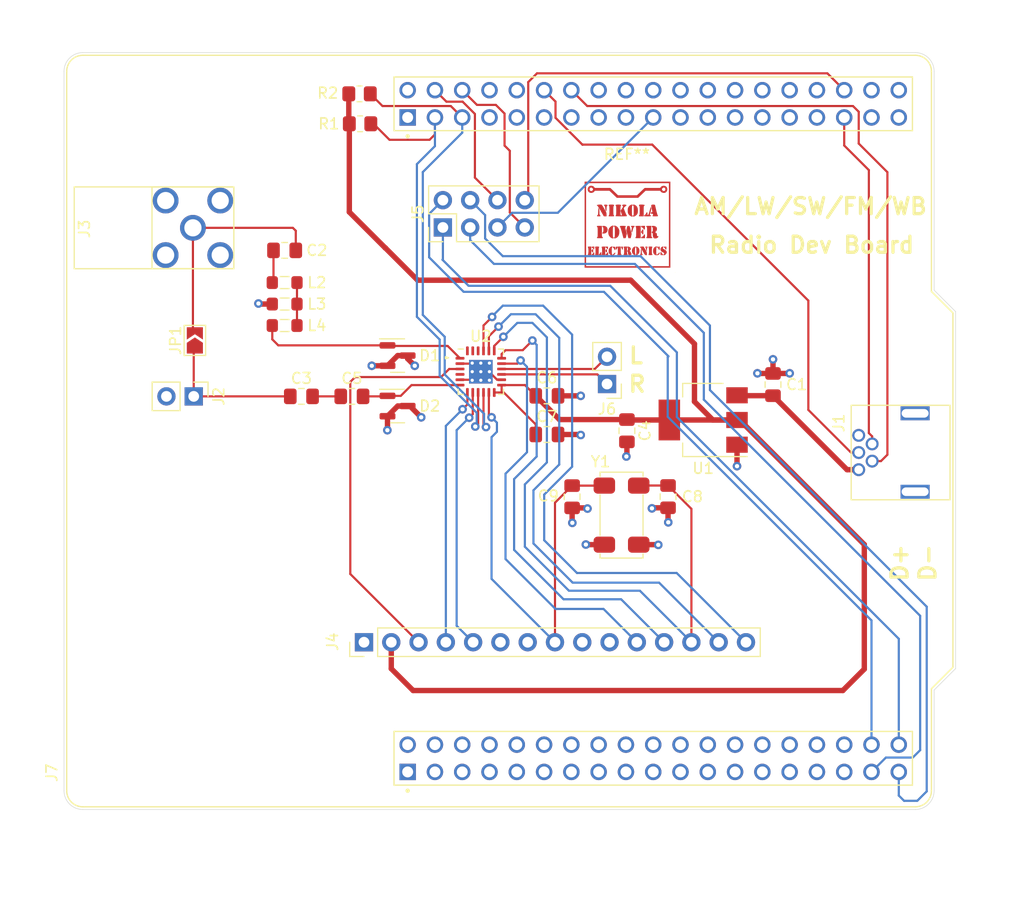
<source format=kicad_pcb>
(kicad_pcb (version 20211014) (generator pcbnew)
  (layers (0 "F.Cu" signal) (1 "In1.Cu" signal) (2 "In2.Cu" signal) (31 "B.Cu" signal) (34 "B.Paste" user) (35 "F.Paste" user) (36 "B.SilkS" user "B.Silkscreen") (37 "F.SilkS" user "F.Silkscreen") (38 "B.Mask" user) (39 "F.Mask" user) (44 "Edge.Cuts" user))
  (net 0 "")
  (net 1 "GND")
  (net 2 "Net-(C2-Pad1)")
  (net 3 "Net-(C2-Pad2)")
  (net 4 "VDD")
  (net 5 "AMI")
  (net 6 "DCLK")
  (net 7 "RCLK")
  (net 8 "FMI")
  (net 9 "Net-(C1-Pad1)")
  (net 10 "Net-(C3-Pad1)")
  (net 11 "USB D-")
  (net 12 "AGC")
  (net 13 "RST")
  (net 14 "SEN")
  (net 15 "SCL")
  (net 16 "SDA")
  (net 17 "AGC2")
  (net 18 "INT")
  (net 19 "DOUT")
  (net 20 "DFS")
  (net 21 "LOUT")
  (net 22 "ROUT")
  (net 23 "Net-(L2-Pad2)")
  (net 25 "Net-(C3-Pad2)")
  (net 28 "USB D+")
  (net 29 "USB ID")
  (net 32 "PC0")
  (net 33 "PC1")
  (net 34 "PC2")
  (net 35 "PC3")
  (net 36 "PC7")
  (net 37 "PC6")
  (net 38 "PC5")
  (net 39 "PC4")
  (footprint "Jumper:SolderJumper-2_P1.3mm_Open_TrianglePad1.0x1.5mm" (layer "F.Cu") (at 106.68 74.385 90)
    (fp_text reference "JP1")
    (fp_text value "SolderJumper_2_Open")
  )
  (footprint "Package_TO_SOT_SMD:SOT-23" (layer "F.Cu") (at 125.55 75.8)
    (fp_text reference "D1")
    (fp_text value "CM1213A-01SO")
  )
  (footprint "Package_TO_SOT_SMD:SOT-23" (layer "F.Cu") (at 125.55 80.5)
    (fp_text reference "D2")
    (fp_text value "CM1213A-01SO")
  )
  (footprint "Capacitor_SMD:C_0805_2012Metric_Pad1.18x1.45mm_HandSolder" (layer "F.Cu") (at 160.5 78.5 90)
    (fp_text reference "C1")
    (fp_text value "100uf")
  )
  (footprint "FormFactor:Nucleo-64 Without Arduino Header" (layer "F.Cu") (at 136 82.83 90)
    (fp_text reference "J7")
    (fp_text value "F446RE_Morpho")
    (fp_line (start -33.5 -41.5) (end 33.5 -41.5) (layer "Edge.Cuts") (width 0.05))
    (fp_line (start -24.125 39.5) (end -33.5 39.5) (layer "Edge.Cuts") (width 0.05))
    (fp_line (start 33.5 39.5) (end 13.125 39.5) (layer "Edge.Cuts") (width 0.05))
    (fp_line (start 13.125 39.5) (end 11.125 41.5) (layer "Edge.Cuts") (width 0.05))
    (fp_line (start 11.125 41.5) (end -22.125 41.5) (layer "Edge.Cuts") (width 0.05))
    (fp_line (start -22.125 41.5) (end -24.125 39.5) (layer "Edge.Cuts") (width 0.05))
    (fp_line (start -35.25 37.75) (end -35.25 -39.75) (layer "Edge.Cuts") (width 0.05))
    (fp_line (start 35.25 -39.75) (end 35.25 37.75) (layer "Edge.Cuts") (width 0.05))
    (fp_arc (start -35.25 -39.75) (mid -34.737437 -40.987437) (end -33.5 -41.5) (layer "Edge.Cuts") (width 0.05))
    (fp_arc (start 33.5 -41.5) (mid 34.737437 -40.987437) (end 35.25 -39.75) (layer "Edge.Cuts") (width 0.05))
    (fp_arc (start -33.5 39.5) (mid -34.737437 38.987437) (end -35.25 37.75) (layer "Edge.Cuts") (width 0.05))
    (fp_arc (start 35.25 37.75) (mid 34.737437 38.987437) (end 33.5 39.5) (layer "Edge.Cuts") (width 0.05))
  )
  (footprint "Connector_PinHeader_2.54mm:PinHeader_1x02_P2.54mm_Vertical" (layer "F.Cu") (at 106.575 79.6 -90)
    (fp_text reference "J2")
    (fp_text value "AM ANT")
  )
  (footprint "Connector-USB:54-00019" (layer "F.Cu") (at 168.48 84.83)
    (fp_text reference "J1")
    (fp_text value "USB_B_Mini")
  )
  (footprint "Package_TO_SOT_SMD:SOT-223-3_TabPin2" (layer "F.Cu") (at 154 81.8 180)
    (fp_text reference "U1")
    (fp_text value "AMS1117-3.3")
  )
  (footprint "Capacitor_SMD:C_0805_2012Metric_Pad1.18x1.45mm_HandSolder" (layer "F.Cu") (at 139.45 83.15)
    (fp_text reference "C7")
    (fp_text value "100uf")
  )
  (footprint "Capacitor_SMD:C_0805_2012Metric_Pad1.18x1.45mm_HandSolder" (layer "F.Cu") (at 115.0375 66 180)
    (fp_text reference "C2")
    (fp_text value "18pf")
  )
  (footprint "Connector_PinHeader_2.54mm:PinHeader_1x15_P2.54mm_Vertical" (layer "F.Cu") (at 122.425 102.5 90)
    (fp_text reference "J4")
    (fp_text value "Interface Conn")
  )
  (footprint "Connector_PinHeader_2.54mm:PinHeader_2x04_P2.54mm_Vertical" (layer "F.Cu") (at 129.77 63.865 90)
    (fp_text reference "J5")
    (fp_text value "Conn_02x04_Counter_Clockwise")
  )
  (footprint "Capacitor_SMD:C_0805_2012Metric_Pad1.18x1.45mm_HandSolder" (layer "F.Cu") (at 141.8 88.95 -90)
    (fp_text reference "C9")
    (fp_text value "18pf")
  )
  (footprint "Resistor_SMD:R_0805_2012Metric_Pad1.20x1.40mm_HandSolder" (layer "F.Cu") (at 122.01 51.42)
    (fp_text reference "R2")
    (fp_text value "2K2")
  )
  (footprint "Inductor_SMD:L_0805_2012Metric_Pad1.05x1.20mm_HandSolder" (layer "F.Cu") (at 115.0375 71 180)
    (fp_text reference "L3")
    (fp_text value "120nh")
  )
  (footprint "Inductor_SMD:L_0805_2012Metric_Pad1.05x1.20mm_HandSolder" (layer "F.Cu") (at 115.0375 69)
    (fp_text reference "L2")
    (fp_text value "100nh")
  )
  (footprint "Capacitor_SMD:C_0805_2012Metric_Pad1.18x1.45mm_HandSolder" (layer "F.Cu") (at 121.3 79.6)
    (fp_text reference "C5")
    (fp_text value "470nf")
  )
  (footprint "RF-Radio Receiver:SI474x" (layer "F.Cu") (at 133.3 77.3)
    (fp_text reference "U2")
    (fp_text value "SI4743")
  )
  (footprint "Connector-RF:0731000114" (layer "F.Cu") (at 106.5 63.9 90)
    (fp_text reference "J3")
    (fp_text value "FM Ant.")
  )
  (footprint "Logos-User:Nikola_Power_Electronics_Copper_Logo" (layer "F.Cu") (at 146.9 57.55)
    (fp_text reference "REF**")
    (fp_text value "Nikola_Power_Electronics_Copper_Logo")
  )
  (footprint "Capacitor_SMD:C_0805_2012Metric_Pad1.18x1.45mm_HandSolder" (layer "F.Cu") (at 139.45 79.55)
    (fp_text reference "C6")
    (fp_text value "100uf")
  )
  (footprint "Resistor_SMD:R_0805_2012Metric_Pad1.20x1.40mm_HandSolder" (layer "F.Cu") (at 122.06 54.21)
    (fp_text reference "R1")
    (fp_text value "2K2")
  )
  (footprint "Capacitor_SMD:C_0805_2012Metric_Pad1.18x1.45mm_HandSolder" (layer "F.Cu") (at 116.6 79.6)
    (fp_text reference "C3")
    (fp_text value "33pf")
  )
  (footprint "Capacitor_SMD:C_0805_2012Metric_Pad1.18x1.45mm_HandSolder" (layer "F.Cu") (at 150.73 88.94 -90)
    (fp_text reference "C8")
    (fp_text value "18pf")
  )
  (footprint "Inductor_SMD:L_0805_2012Metric_Pad1.05x1.20mm_HandSolder" (layer "F.Cu") (at 115.0375 73 180)
    (fp_text reference "L4")
    (fp_text value "150nh")
  )
  (footprint "Capacitor_SMD:C_0805_2012Metric_Pad1.18x1.45mm_HandSolder" (layer "F.Cu") (at 146.9 82.8 -90)
    (fp_text reference "C4")
    (fp_text value "100uf")
  )
  (footprint "Crystal-SMD:RSM200S-32.768-12.5-TR" (layer "F.Cu") (at 148 87.91 -90)
    (fp_text reference "Y1")
    (fp_text value "32.768KHZ")
  )
  (footprint "Connector_PinHeader_2.54mm:PinHeader_1x02_P2.54mm_Vertical" (layer "F.Cu") (at 145.05 78.45 180)
    (fp_text reference "J6")
    (fp_text value "Analog Audio ")
  )
  (gr_text "Radio Dev Board" (at 164.1 65.5) (layer "F.SilkS") (effects (font (size 1.5 1.5) (thickness 0.3))))
  (gr_text "D-" (at 174.9 95.1 90) (layer "F.SilkS") (effects (font (size 1.5 1.5) (thickness 0.3))))
  (gr_text "AM/LW/SW/FM/WB" (at 164 61.9) (layer "F.SilkS") (effects (font (size 1.5 1.5) (thickness 0.3))))
  (gr_text "R" (at 147.85 78.45) (layer "F.SilkS") (effects (font (size 1.5 1.5) (thickness 0.3))))
  (gr_text "L" (at 147.75 75.8) (layer "F.SilkS") (effects (font (size 1.5 1.5) (thickness 0.3))))
  (gr_text "D+" (at 172.3 95.1 90) (layer "F.SilkS") (effects (font (size 1.5 1.5) (thickness 0.3))))
  (segment (start 134.063027 77.3) (end 133.3 77.3) (width 0.2) (layer "F.Cu") (net 1))
  (segment (start 126.7 80.5) (end 127.75 81.55) (width 0.5) (layer "F.Cu") (net 1))
  (segment (start 162.0375 77.4625) (end 162.05 77.45) (width 0.5) (layer "F.Cu") (net 1))
  (segment (start 112.65 71) (end 112.6 70.95) (width 0.5) (layer "F.Cu") (net 1))
  (segment (start 113.8875 71) (end 112.65 71) (width 0.5) (layer "F.Cu") (net 1))
  (segment (start 126.4875 80.5) (end 125.5625 80.5) (width 0.5) (layer "F.Cu") (net 1))
  (segment (start 132.55 76.55) (end 133.3 77.3) (width 0.2) (layer "F.Cu") (net 1))
  (segment (start 126.4875 75.8) (end 126.4875 76.0875) (width 0.5) (layer "F.Cu") (net 1))
  (segment (start 141.8 89.9875) (end 141.8 91.36) (width 0.5) (layer "F.Cu") (net 1))
  (segment (start 149.2825 89.9775) (end 149.23 90.03) (width 0.5) (layer "F.Cu") (net 1))
  (segment (start 142.55 83.15) (end 142.6 83.2) (width 0.5) (layer "F.Cu") (net 1))
  (segment (start 140.4875 83.15) (end 142.55 83.15) (width 0.5) (layer "F.Cu") (net 1))
  (segment (start 124.6125 82.7375) (end 124.6 82.75) (width 0.5) (layer "F.Cu") (net 1))
  (segment (start 140.4875 79.55) (end 142.6 79.55) (width 0.5) (layer "F.Cu") (net 1))
  (segment (start 141.8 89.9875) (end 143.1675 89.9875) (width 0.5) (layer "F.Cu") (net 1))
  (segment (start 125.5625 75.8) (end 124.6125 76.75) (width 0.5) (layer "F.Cu") (net 1))
  (segment (start 150.73 89.9775) (end 150.73 91.31) (width 0.5) (layer "F.Cu") (net 1))
  (segment (start 148 93.41) (end 149.8 93.41) (width 0.5) (layer "F.Cu") (net 1))
  (segment (start 144.8 93.41) (end 143.09 93.41) (width 0.5) (layer "F.Cu") (net 1))
  (segment (start 134.813027 78.05) (end 134.063027 77.3) (width 0.2) (layer "F.Cu") (net 1))
  (segment (start 160.5 77.4625) (end 160.5 76.15) (width 0.5) (layer "F.Cu") (net 1))
  (segment (start 131.3625 76.55) (end 132.55 76.55) (width 0.2) (layer "F.Cu") (net 1))
  (segment (start 160.5 77.4625) (end 162.0375 77.4625) (width 0.5) (layer "F.Cu") (net 1))
  (segment (start 124.6125 81.45) (end 124.6125 82.7375) (width 0.5) (layer "F.Cu") (net 1))
  (segment (start 124.6125 76.75) (end 123.15 76.75) (width 0.5) (layer "F.Cu") (net 1))
  (segment (start 126.4875 76.0875) (end 127.15 76.75) (width 0.5) (layer "F.Cu") (net 1))
  (segment (start 143.09 93.41) (end 143.08 93.4) (width 0.5) (layer "F.Cu") (net 1))
  (segment (start 146.9 83.8375) (end 146.9 85.15) (width 0.5) (layer "F.Cu") (net 1))
  (segment (start 149.8 93.41) (end 149.82 93.43) (width 0.5) (layer "F.Cu") (net 1))
  (segment (start 150.73 91.31) (end 150.75 91.33) (width 0.5) (layer "F.Cu") (net 1))
  (segment (start 150.73 89.9775) (end 149.2825 89.9775) (width 0.5) (layer "F.Cu") (net 1))
  (segment (start 159.0625 77.4625) (end 159.05 77.45) (width 0.5) (layer "F.Cu") (net 1))
  (segment (start 135.2375 78.05) (end 134.813027 78.05) (width 0.2) (layer "F.Cu") (net 1))
  (segment (start 125.5625 80.5) (end 124.6125 81.45) (width 0.5) (layer "F.Cu") (net 1))
  (segment (start 143.1675 89.9875) (end 143.23 90.05) (width 0.5) (layer "F.Cu") (net 1))
  (segment (start 146.9 85.15) (end 146.85 85.2) (width 0.5) (layer "F.Cu") (net 1))
  (segment (start 157.15 84.1) (end 157.15 86.1) (width 0.5) (layer "F.Cu") (net 1))
  (segment (start 126.4875 80.5) (end 126.7 80.5) (width 0.5) (layer "F.Cu") (net 1))
  (segment (start 132.55 78.05) (end 133.3 77.3) (width 0.2) (layer "F.Cu") (net 1))
  (segment (start 141.8 91.36) (end 141.82 91.38) (width 0.5) (layer "F.Cu") (net 1))
  (segment (start 131.3625 78.05) (end 132.55 78.05) (width 0.2) (layer "F.Cu") (net 1))
  (segment (start 126.4875 75.8) (end 125.5625 75.8) (width 0.5) (layer "F.Cu") (net 1))
  (segment (start 160.5 77.4625) (end 159.0625 77.4625) (width 0.5) (layer "F.Cu") (net 1))
  (via (at 123.15 76.75) (size 0.8) (drill 0.4) (layers "F.Cu" "B.Cu") (net 1))
  (via (at 146.85 85.2) (size 0.8) (drill 0.4) (layers "F.Cu" "B.Cu") (net 1))
  (via (at 143.08 93.4) (size 0.8) (drill 0.4) (layers "F.Cu" "B.Cu") (net 1))
  (via (at 142.6 83.2) (size 0.8) (drill 0.4) (layers "F.Cu" "B.Cu") (net 1))
  (via (at 112.6 70.95) (size 0.8) (drill 0.4) (layers "F.Cu" "B.Cu") (net 1))
  (via (at 143.23 90.05) (size 0.8) (drill 0.4) (layers "F.Cu" "B.Cu") (net 1))
  (via (at 141.82 91.38) (size 0.8) (drill 0.4) (layers "F.Cu" "B.Cu") (net 1))
  (via (at 149.23 90.03) (size 0.8) (drill 0.4) (layers "F.Cu" "B.Cu") (net 1))
  (via (at 127.75 81.55) (size 0.8) (drill 0.4) (layers "F.Cu" "B.Cu") (net 1))
  (via (at 157.15 86.1) (size 0.8) (drill 0.4) (layers "F.Cu" "B.Cu") (net 1))
  (via (at 127.15 76.75) (size 0.8) (drill 0.4) (layers "F.Cu" "B.Cu") (net 1))
  (via (at 149.82 93.43) (size 0.8) (drill 0.4) (layers "F.Cu" "B.Cu") (net 1))
  (via (at 142.6 79.55) (size 0.8) (drill 0.4) (layers "F.Cu" "B.Cu") (net 1))
  (via (at 124.6 82.75) (size 0.8) (drill 0.4) (layers "F.Cu" "B.Cu") (net 1))
  (via (at 150.75 91.33) (size 0.8) (drill 0.4) (layers "F.Cu" "B.Cu") (net 1))
  (via (at 159.05 77.45) (size 0.8) (drill 0.4) (layers "F.Cu" "B.Cu") (net 1))
  (via (at 162.05 77.45) (size 0.8) (drill 0.4) (layers "F.Cu" "B.Cu") (net 1))
  (via (at 160.5 76.15) (size 0.8) (drill 0.4) (layers "F.Cu" "B.Cu") (net 1))
  (segment (start 116.075 64.175) (end 115.8 63.9) (width 0.2) (layer "F.Cu") (net 2))
  (segment (start 115.8 63.9) (end 106.5 63.9) (width 0.2) (layer "F.Cu") (net 2))
  (segment (start 106.5 73.48) (end 106.68 73.66) (width 0.2) (layer "F.Cu") (net 2))
  (segment (start 116.075 66) (end 116.075 64.175) (width 0.2) (layer "F.Cu") (net 2))
  (segment (start 106.5 63.9) (end 106.5 73.48) (width 0.2) (layer "F.Cu") (net 2))
  (segment (start 114 66) (end 114 68.8875) (width 0.2) (layer "F.Cu") (net 3))
  (segment (start 114 68.8875) (end 113.8875 69) (width 0.2) (layer "F.Cu") (net 3))
  (segment (start 134.55 79.2375) (end 135.2625 79.2375) (width 0.2) (layer "F.Cu") (net 4))
  (segment (start 138.4125 82.2125) (end 138.4125 83.15) (width 0.2) (layer "F.Cu") (net 4))
  (segment (start 135.2625 79.2375) (end 135.4375 79.2375) (width 0.2) (layer "F.Cu") (net 4))
  (segment (start 157.15 81.8) (end 154.9 81.8) (width 0.5) (layer "F.Cu") (net 4))
  (segment (start 146.9375 81.8) (end 146.9 81.7625) (width 0.5) (layer "F.Cu") (net 4))
  (segment (start 146.9 81.7625) (end 140.625 81.7625) (width 0.5) (layer "F.Cu") (net 4))
  (segment (start 140.625 81.7625) (end 138.4125 79.55) (width 0.5) (layer "F.Cu") (net 4))
  (segment (start 157.4 81.8) (end 169 93.4) (width 0.5) (layer "F.Cu") (net 4))
  (segment (start 124.965 104.965) (end 124.965 102.5) (width 0.5) (layer "F.Cu") (net 4))
  (segment (start 121.01 54.16) (end 121.06 54.21) (width 0.5) (layer "F.Cu") (net 4))
  (segment (start 137.4125 78.55) (end 138.4125 79.55) (width 0.2) (layer "F.Cu") (net 4))
  (segment (start 167 107) (end 127 107) (width 0.5) (layer "F.Cu") (net 4))
  (segment (start 153.19 74.71) (end 147.26 68.78) (width 0.5) (layer "F.Cu") (net 4))
  (segment (start 157.15 81.8) (end 150.85 81.8) (width 0.5) (layer "F.Cu") (net 4))
  (segment (start 135.2375 79.2125) (end 135.2625 79.2375) (width 0.2) (layer "F.Cu") (net 4))
  (segment (start 135.4375 79.2375) (end 138.4125 82.2125) (width 0.2) (layer "F.Cu") (net 4))
  (segment (start 127.42 68.78) (end 124.41 65.77) (width 0.5) (layer "F.Cu") (net 4))
  (segment (start 153.19 80.09) (end 153.19 74.71) (width 0.5) (layer "F.Cu") (net 4))
  (segment (start 121.06 62.43) (end 121.06 54.21) (width 0.5) (layer "F.Cu") (net 4))
  (segment (start 150.85 81.8) (end 146.9375 81.8) (width 0.5) (layer "F.Cu") (net 4))
  (segment (start 154.9 81.8) (end 153.19 80.09) (width 0.5) (layer "F.Cu") (net 4))
  (segment (start 169 105) (end 167 107) (width 0.5) (layer "F.Cu") (net 4))
  (segment (start 135.2375 78.55) (end 137.4125 78.55) (width 0.2) (layer "F.Cu") (net 4))
  (segment (start 135.2375 78.55) (end 135.2375 79.2125) (width 0.2) (layer "F.Cu") (net 4))
  (segment (start 124.4 65.77) (end 121.06 62.43) (width 0.5) (layer "F.Cu") (net 4))
  (segment (start 121.01 51.42) (end 121.01 54.16) (width 0.5) (layer "F.Cu") (net 4))
  (segment (start 147.26 68.78) (end 127.42 68.78) (width 0.5) (layer "F.Cu") (net 4))
  (segment (start 127 107) (end 124.965 104.965) (width 0.5) (layer "F.Cu") (net 4))
  (segment (start 157.15 81.8) (end 157.4 81.8) (width 0.5) (layer "F.Cu") (net 4))
  (segment (start 124.41 65.77) (end 124.4 65.77) (width 0.5) (layer "F.Cu") (net 4))
  (segment (start 169 93.4) (end 169 105) (width 0.5) (layer "F.Cu") (net 4))
  (segment (start 124.5625 79.6) (end 124.6125 79.55) (width 0.2) (layer "F.Cu") (net 5))
  (segment (start 125.85 79.55) (end 124.6125 79.55) (width 0.2) (layer "F.Cu") (net 5))
  (segment (start 131.3625 78.55) (end 126.85 78.55) (width 0.2) (layer "F.Cu") (net 5))
  (segment (start 122.3375 79.6) (end 124.5625 79.6) (width 0.2) (layer "F.Cu") (net 5))
  (segment (start 126.85 78.55) (end 125.85 79.55) (width 0.2) (layer "F.Cu") (net 5))
  (segment (start 134.55 74.9) (end 135.4 74.05) (width 0.2) (layer "F.Cu") (net 6))
  (segment (start 152.905 90.0775) (end 150.73 87.9025) (width 0.2) (layer "F.Cu") (net 6))
  (segment (start 148.0075 87.9025) (end 148 87.91) (width 0.2) (layer "F.Cu") (net 6))
  (segment (start 152.905 102.5) (end 152.905 90.0775) (width 0.2) (layer "F.Cu") (net 6))
  (segment (start 150.73 87.9025) (end 148.0075 87.9025) (width 0.2) (layer "F.Cu") (net 6))
  (segment (start 134.55 75.3625) (end 134.55 74.9) (width 0.2) (layer "F.Cu") (net 6))
  (via (at 135.4 74.05) (size 0.8) (drill 0.4) (layers "F.Cu" "B.Cu") (net 6))
  (segment (start 135.4 74.05) (end 136.7 72.75) (width 0.2) (layer "B.Cu") (net 6))
  (segment (start 139.45 74.1) (end 139.45 85.75) (width 0.2) (layer "B.Cu") (net 6))
  (segment (start 137.4 87.8) (end 137.4 93.6) (width 0.2) (layer "B.Cu") (net 6))
  (segment (start 138.1 72.75) (end 139.45 74.1) (width 0.2) (layer "B.Cu") (net 6))
  (segment (start 148.105 97.7) (end 152.905 102.5) (width 0.2) (layer "B.Cu") (net 6))
  (segment (start 141.5 97.7) (end 148.105 97.7) (width 0.2) (layer "B.Cu") (net 6))
  (segment (start 137.4 93.6) (end 141.5 97.7) (width 0.2) (layer "B.Cu") (net 6))
  (segment (start 139.45 85.75) (end 137.4 87.8) (width 0.2) (layer "B.Cu") (net 6))
  (segment (start 136.7 72.75) (end 138.1 72.75) (width 0.2) (layer "B.Cu") (net 6))
  (segment (start 140.205 102.5) (end 140.205 89.5075) (width 0.2) (layer "F.Cu") (net 7))
  (segment (start 141.8 87.9125) (end 144.7975 87.9125) (width 0.2) (layer "F.Cu") (net 7))
  (segment (start 134.05 81.3) (end 134.3 81.55) (width 0.2) (layer "F.Cu") (net 7))
  (segment (start 134.05 79.2375) (end 134.05 81.3) (width 0.2) (layer "F.Cu") (net 7))
  (segment (start 144.7975 87.9125) (end 144.8 87.91) (width 0.2) (layer "F.Cu") (net 7))
  (segment (start 140.205 89.5075) (end 141.8 87.9125) (width 0.2) (layer "F.Cu") (net 7))
  (via (at 134.3 81.55) (size 0.8) (drill 0.4) (layers "F.Cu" "B.Cu") (net 7))
  (segment (start 134.3 96.595) (end 140.205 102.5) (width 0.2) (layer "B.Cu") (net 7))
  (segment (start 134.3 83.4) (end 134.3 96.595) (width 0.2) (layer "B.Cu") (net 7))
  (segment (start 134.3 81.55) (end 134.8 82.05) (width 0.2) (layer "B.Cu") (net 7))
  (segment (start 134.8 82.05) (end 134.8 82.9) (width 0.2) (layer "B.Cu") (net 7))
  (segment (start 134.8 82.9) (end 134.3 83.4) (width 0.2) (layer "B.Cu") (net 7))
  (segment (start 131.3625 76.05) (end 130.2125 74.9) (width 0.2) (layer "F.Cu") (net 8))
  (segment (start 114.45 74.85) (end 124.6125 74.85) (width 0.2) (layer "F.Cu") (net 8))
  (segment (start 130.2125 74.9) (end 124.6625 74.9) (width 0.2) (layer "F.Cu") (net 8))
  (segment (start 113.8875 74.2875) (end 114.45 74.85) (width 0.2) (layer "F.Cu") (net 8))
  (segment (start 113.8875 73) (end 113.8875 74.2875) (width 0.2) (layer "F.Cu") (net 8))
  (segment (start 124.6625 74.9) (end 124.6125 74.85) (width 0.2) (layer "F.Cu") (net 8))
  (segment (start 160.5 79.5375) (end 157.1875 79.5375) (width 0.5) (layer "F.Cu") (net 9))
  (segment (start 167.3925 86.43) (end 160.5 79.5375) (width 0.5) (layer "F.Cu") (net 9))
  (segment (start 168.48 86.43) (end 167.3925 86.43) (width 0.5) (layer "F.Cu") (net 9))
  (segment (start 157.1875 79.5375) (end 157.15 79.5) (width 0.5) (layer "F.Cu") (net 9))
  (segment (start 106.68 75.11) (end 106.575 75.215) (width 0.2) (layer "F.Cu") (net 10))
  (segment (start 106.575 75.215) (end 106.575 79.6) (width 0.2) (layer "F.Cu") (net 10))
  (segment (start 106.575 79.6) (end 115.5625 79.6) (width 0.2) (layer "F.Cu") (net 10))
  (segment (start 171.15 85.03) (end 171.15 58.72) (width 0.2) (layer "F.Cu") (net 11))
  (segment (start 143.205489 52.555489) (end 141.73 51.08) (width 0.2) (layer "F.Cu") (net 11))
  (segment (start 169.73 85.63) (end 170.55 85.63) (width 0.2) (layer "F.Cu") (net 11))
  (segment (start 168.48 53.09) (end 167.945489 52.555489) (width 0.2) (layer "F.Cu") (net 11))
  (segment (start 170.55 85.63) (end 171.15 85.03) (width 0.2) (layer "F.Cu") (net 11))
  (segment (start 168.48 56.05) (end 168.48 53.09) (width 0.2) (layer "F.Cu") (net 11))
  (segment (start 167.945489 52.555489) (end 143.205489 52.555489) (width 0.2) (layer "F.Cu") (net 11))
  (segment (start 171.15 58.72) (end 168.48 56.05) (width 0.2) (layer "F.Cu") (net 11))
  (segment (start 130.35 77.05) (end 129.6 77.8) (width 0.2) (layer "F.Cu") (net 12))
  (segment (start 129.6 77.8) (end 121.6 77.8) (width 0.2) (layer "F.Cu") (net 12))
  (segment (start 131.3625 77.05) (end 130.35 77.05) (width 0.2) (layer "F.Cu") (net 12))
  (segment (start 121.14952 96.14452) (end 127.505 102.5) (width 0.2) (layer "F.Cu") (net 12))
  (segment (start 121.14952 78.25048) (end 121.14952 96.14452) (width 0.2) (layer "F.Cu") (net 12))
  (segment (start 121.6 77.8) (end 121.14952 78.25048) (width 0.2) (layer "F.Cu") (net 12))
  (segment (start 132.05 79.2375) (end 132.05 80.35) (width 0.2) (layer "F.Cu") (net 13))
  (segment (start 132.05 80.35) (end 131.6 80.8) (width 0.2) (layer "F.Cu") (net 13))
  (via (at 131.6 80.8) (size 0.8) (drill 0.4) (layers "F.Cu" "B.Cu") (net 13))
  (segment (start 130.045 82.355) (end 130.045 102.5) (width 0.2) (layer "B.Cu") (net 13))
  (segment (start 131.6 80.8) (end 130.045 82.355) (width 0.2) (layer "B.Cu") (net 13))
  (segment (start 132.55 81.253441) (end 132.217514 81.585927) (width 0.2) (layer "F.Cu") (net 14))
  (segment (start 132.55 79.2375) (end 132.55 81.253441) (width 0.2) (layer "F.Cu") (net 14))
  (via (at 132.217514 81.585927) (size 0.8) (drill 0.4) (layers "F.Cu" "B.Cu") (net 14))
  (segment (start 131.05 82.75) (end 131.05 100.965) (width 0.2) (layer "B.Cu") (net 14))
  (segment (start 132.082104 81.717896) (end 131.05 82.75) (width 0.2) (layer "B.Cu") (net 14))
  (segment (start 132.085545 81.717896) (end 132.082104 81.717896) (width 0.2) (layer "B.Cu") (net 14))
  (segment (start 132.217514 81.585927) (end 132.085545 81.717896) (width 0.2) (layer "B.Cu") (net 14))
  (segment (start 131.05 100.965) (end 132.585 102.5) (width 0.2) (layer "B.Cu") (net 14))
  (segment (start 129.03 53.62) (end 129.03 55.2) (width 0.2) (layer "F.Cu") (net 15))
  (segment (start 123.31 54.21) (end 123.06 54.21) (width 0.2) (layer "F.Cu") (net 15))
  (segment (start 133.05 82.143723) (end 132.785056 82.408667) (width 0.2) (layer "F.Cu") (net 15))
  (segment (start 129.03 55.2) (end 128.53 55.7) (width 0.2) (layer "F.Cu") (net 15))
  (segment (start 128.53 55.7) (end 124.8 55.7) (width 0.2) (layer "F.Cu") (net 15))
  (segment (start 124.8 55.7) (end 123.31 54.21) (width 0.2) (layer "F.Cu") (net 15))
  (segment (start 133.05 79.2375) (end 133.05 82.143723) (width 0.2) (layer "F.Cu") (net 15))
  (via (at 132.785056 82.408667) (size 0.8) (drill 0.4) (layers "F.Cu" "B.Cu") (net 15))
  (segment (start 129.469259 74.309259) (end 129.469259 77.68) (width 0.2) (layer "B.Cu") (net 15))
  (segment (start 129.469259 77.68) (end 132.917025 81.127766) (width 0.2) (layer "B.Cu") (net 15))
  (segment (start 132.917025 81.127766) (end 132.917025 82.276698) (width 0.2) (layer "B.Cu") (net 15))
  (segment (start 132.917025 82.276698) (end 132.785056 82.408667) (width 0.2) (layer "B.Cu") (net 15))
  (segment (start 127.35 72.19) (end 129.469259 74.309259) (width 0.2) (layer "B.Cu") (net 15))
  (segment (start 129.03 56.29) (end 127.35 57.97) (width 0.2) (layer "B.Cu") (net 15))
  (segment (start 127.35 57.97) (end 127.35 72.19) (width 0.2) (layer "B.Cu") (net 15))
  (segment (start 129.03 53.62) (end 129.03 56.29) (width 0.2) (layer "B.Cu") (net 15))
  (segment (start 124.145489 52.555489) (end 123.01 51.42) (width 0.2) (layer "F.Cu") (net 16))
  (segment (start 130.505489 52.555489) (end 124.145489 52.555489) (width 0.2) (layer "F.Cu") (net 16))
  (segment (start 133.55 82.222957) (end 133.783419 82.456376) (width 0.2) (layer "F.Cu") (net 16))
  (segment (start 133.55 79.2375) (end 133.55 82.222957) (width 0.2) (layer "F.Cu") (net 16))
  (segment (start 131.57 53.62) (end 130.505489 52.555489) (width 0.2) (layer "F.Cu") (net 16))
  (via (at 133.783419 82.456376) (size 0.8) (drill 0.4) (layers "F.Cu" "B.Cu") (net 16))
  (segment (start 129.94 74.05) (end 127.9 72.01) (width 0.2) (layer "B.Cu") (net 16))
  (segment (start 127.9 58.71) (end 131.57 55.04) (width 0.2) (layer "B.Cu") (net 16))
  (segment (start 133.600489 82.273446) (end 133.600489 81.220489) (width 0.2) (layer "B.Cu") (net 16))
  (segment (start 133.600489 81.220489) (end 129.94 77.56) (width 0.2) (layer "B.Cu") (net 16))
  (segment (start 129.94 77.56) (end 129.94 74.05) (width 0.2) (layer "B.Cu") (net 16))
  (segment (start 127.9 72.01) (end 127.9 58.71) (width 0.2) (layer "B.Cu") (net 16))
  (segment (start 131.57 55.04) (end 131.57 53.62) (width 0.2) (layer "B.Cu") (net 16))
  (segment (start 133.55 75.3625) (end 133.55 73) (width 0.2) (layer "F.Cu") (net 17))
  (segment (start 133.55 73) (end 134.35 72.2) (width 0.2) (layer "F.Cu") (net 17))
  (via (at 134.35 72.2) (size 0.8) (drill 0.4) (layers "F.Cu" "B.Cu") (net 17))
  (segment (start 139.1 71.15) (end 135.35 71.15) (width 0.2) (layer "B.Cu") (net 17))
  (segment (start 135.35 71.15) (end 134.35 72.15) (width 0.2) (layer "B.Cu") (net 17))
  (segment (start 141.8 86.15) (end 141.8 73.85) (width 0.2) (layer "B.Cu") (net 17))
  (segment (start 139.2 93) (end 139.2 88.75) (width 0.2) (layer "B.Cu") (net 17))
  (segment (start 134.35 72.15) (end 134.35 72.2) (width 0.2) (layer "B.Cu") (net 17))
  (segment (start 139.2 88.75) (end 141.8 86.15) (width 0.2) (layer "B.Cu") (net 17))
  (segment (start 151.535 96.05) (end 142.25 96.05) (width 0.2) (layer "B.Cu") (net 17))
  (segment (start 141.8 73.85) (end 139.1 71.15) (width 0.2) (layer "B.Cu") (net 17))
  (segment (start 157.985 102.5) (end 151.535 96.05) (width 0.2) (layer "B.Cu") (net 17))
  (segment (start 142.25 96.05) (end 139.2 93) (width 0.2) (layer "B.Cu") (net 17))
  (segment (start 134.05 74) (end 134.95 73.1) (width 0.2) (layer "F.Cu") (net 18))
  (segment (start 134.05 75.3625) (end 134.05 74) (width 0.2) (layer "F.Cu") (net 18))
  (via (at 134.95 73.1) (size 0.8) (drill 0.4) (layers "F.Cu" "B.Cu") (net 18))
  (segment (start 134.95 73.1) (end 136.1 71.95) (width 0.2) (layer "B.Cu") (net 18))
  (segment (start 140.6 85.95) (end 138.2 88.35) (width 0.2) (layer "B.Cu") (net 18))
  (segment (start 138.2 93.3) (end 141.85 96.95) (width 0.2) (layer "B.Cu") (net 18))
  (segment (start 141.85 96.95) (end 149.895 96.95) (width 0.2) (layer "B.Cu") (net 18))
  (segment (start 136.1 71.95) (end 138.4 71.95) (width 0.2) (layer "B.Cu") (net 18))
  (segment (start 138.2 88.35) (end 138.2 93.3) (width 0.2) (layer "B.Cu") (net 18))
  (segment (start 149.895 96.95) (end 155.445 102.5) (width 0.2) (layer "B.Cu") (net 18))
  (segment (start 138.4 71.95) (end 140.6 74.15) (width 0.2) (layer "B.Cu") (net 18))
  (segment (start 140.6 74.15) (end 140.6 85.95) (width 0.2) (layer "B.Cu") (net 18))
  (segment (start 136.7 76.55) (end 137 76.25) (width 0.2) (layer "F.Cu") (net 19))
  (segment (start 135.2375 76.55) (end 136.7 76.55) (width 0.2) (layer "F.Cu") (net 19))
  (via (at 137 76.25) (size 0.8) (drill 0.4) (layers "F.Cu" "B.Cu") (net 19))
  (segment (start 135.6 86.8) (end 135.6 94.75) (width 0.2) (layer "B.Cu") (net 19))
  (segment (start 137 76.25) (end 137.6 76.85) (width 0.2) (layer "B.Cu") (net 19))
  (segment (start 137.6 84.8) (end 135.6 86.8) (width 0.2) (layer "B.Cu") (net 19))
  (segment (start 135.6 94.75) (end 140.25 99.4) (width 0.2) (layer "B.Cu") (net 19))
  (segment (start 140.25 99.4) (end 144.725 99.4) (width 0.2) (layer "B.Cu") (net 19))
  (segment (start 144.725 99.4) (end 147.825 102.5) (width 0.2) (layer "B.Cu") (net 19))
  (segment (start 137.6 76.85) (end 137.6 84.8) (width 0.2) (layer "B.Cu") (net 19))
  (segment (start 138.1 74.4) (end 137.2 75.3) (width 0.2) (layer "F.Cu") (net 20))
  (segment (start 135.2375 75.6625) (end 135.2375 76.05) (width 0.2) (layer "F.Cu") (net 20))
  (segment (start 137.2 75.3) (end 135.6 75.3) (width 0.2) (layer "F.Cu") (net 20))
  (segment (start 135.6 75.3) (end 135.2375 75.6625) (width 0.2) (layer "F.Cu") (net 20))
  (via (at 138.1 74.4) (size 0.8) (drill 0.4) (layers "F.Cu" "B.Cu") (net 20))
  (segment (start 136.4 87.3) (end 138.5 85.2) (width 0.2) (layer "B.Cu") (net 20))
  (segment (start 138.5 85.2) (end 138.5 74.8) (width 0.2) (layer "B.Cu") (net 20))
  (segment (start 141 98.5) (end 136.4 93.9) (width 0.2) (layer "B.Cu") (net 20))
  (segment (start 136.4 93.9) (end 136.4 87.3) (width 0.2) (layer "B.Cu") (net 20))
  (segment (start 150.365 102.5) (end 146.365 98.5) (width 0.2) (layer "B.Cu") (net 20))
  (segment (start 138.5 74.8) (end 138.1 74.4) (width 0.2) (layer "B.Cu") (net 20))
  (segment (start 146.365 98.5) (end 141 98.5) (width 0.2) (layer "B.Cu") (net 20))
  (segment (start 135.2375 77.05) (end 143.91 77.05) (width 0.2) (layer "F.Cu") (net 21))
  (segment (start 143.91 77.05) (end 145.05 75.91) (width 0.2) (layer "F.Cu") (net 21))
  (segment (start 144.15 77.55) (end 145.05 78.45) (width 0.2) (layer "F.Cu") (net 22))
  (segment (start 135.2375 77.55) (end 144.15 77.55) (width 0.2) (layer "F.Cu") (net 22))
  (segment (start 116.1875 73) (end 116.1875 71) (width 0.2) (layer "F.Cu") (net 23))
  (segment (start 116.1875 69) (end 116.1875 71) (width 0.2) (layer "F.Cu") (net 23))
  (segment (start 117.6375 79.6) (end 120.2625 79.6) (width 0.2) (layer "F.Cu") (net 25))
  (segment (start 142.763653 56.1591) (end 140.254511 53.649958) (width 0.2) (layer "F.Cu") (net 28))
  (segment (start 149.26 56.15) (end 142.772753 56.15) (width 0.2) (layer "F.Cu") (net 28))
  (segment (start 167.76 84.83) (end 163.79 80.86) (width 0.2) (layer "F.Cu") (net 28))
  (segment (start 163.79 80.86) (end 163.79 70.68) (width 0.2) (layer "F.Cu") (net 28))
  (segment (start 168.48 84.83) (end 167.76 84.83) (width 0.2) (layer "F.Cu") (net 28))
  (segment (start 140.254511 53.649958) (end 140.254511 52.144511) (width 0.2) (layer "F.Cu") (net 28))
  (segment (start 163.79 70.68) (end 149.26 56.15) (width 0.2) (layer "F.Cu") (net 28))
  (segment (start 140.254511 52.144511) (end 139.19 51.08) (width 0.2) (layer "F.Cu") (net 28))
  (segment (start 142.772753 56.15) (end 142.763653 56.1591) (width 0.2) (layer "F.Cu") (net 28))
  (segment (start 169.423548 83.016452) (end 169.423548 58.523548) (width 0.2) (layer "F.Cu") (net 29))
  (segment (start 169.73 84.03) (end 169.73 83.322904) (width 0.2) (layer "F.Cu") (net 29))
  (segment (start 169.423548 58.523548) (end 167.13 56.23) (width 0.2) (layer "F.Cu") (net 29))
  (segment (start 167.13 56.23) (end 167.13 53.62) (width 0.2) (layer "F.Cu") (net 29))
  (segment (start 169.73 83.322904) (end 169.423548 83.016452) (width 0.2) (layer "F.Cu") (net 29))
  (segment (start 129.77 66.83) (end 129.77 63.865) (width 0.2) (layer "B.Cu") (net 32))
  (segment (start 151.55 81.52) (end 151.55 75.5) (width 0.2) (layer "B.Cu") (net 32))
  (segment (start 172.21 112.04) (end 172.21 102.18) (width 0.2) (layer "B.Cu") (net 32))
  (segment (start 172.21 102.18) (end 151.55 81.52) (width 0.2) (layer "B.Cu") (net 32))
  (segment (start 132.16 69.3) (end 129.73 66.87) (width 0.2) (layer "B.Cu") (net 32))
  (segment (start 145.35 69.3) (end 132.16 69.3) (width 0.2) (layer "B.Cu") (net 32))
  (segment (start 129.73 66.87) (end 129.77 66.83) (width 0.2) (layer "B.Cu") (net 32))
  (segment (start 151.55 75.5) (end 145.35 69.3) (width 0.2) (layer "B.Cu") (net 32))
  (segment (start 169.67 100.47) (end 150.7 81.5) (width 0.2) (layer "B.Cu") (net 33))
  (segment (start 131.7 69.86) (end 128.49 66.65) (width 0.2) (layer "B.Cu") (net 33))
  (segment (start 144.76 69.86) (end 131.7 69.86) (width 0.2) (layer "B.Cu") (net 33))
  (segment (start 169.67 112.04) (end 169.67 100.47) (width 0.2) (layer "B.Cu") (net 33))
  (segment (start 150.7 75.94) (end 150.77 75.87) (width 0.2) (layer "B.Cu") (net 33))
  (segment (start 128.49 62.605) (end 129.77 61.325) (width 0.2) (layer "B.Cu") (net 33))
  (segment (start 128.49 66.65) (end 128.49 62.605) (width 0.2) (layer "B.Cu") (net 33))
  (segment (start 150.7 81.5) (end 150.7 75.94) (width 0.2) (layer "B.Cu") (net 33))
  (segment (start 150.77 75.87) (end 144.76 69.86) (width 0.2) (layer "B.Cu") (net 33))
  (segment (start 171.01 113.24) (end 169.67 114.58) (width 0.2) (layer "B.Cu") (net 34))
  (segment (start 132.31 65.05) (end 134.52 67.26) (width 0.2) (layer "B.Cu") (net 34))
  (segment (start 174.2 112.55) (end 173.51 113.24) (width 0.2) (layer "B.Cu") (net 34))
  (segment (start 154.06 73.68) (end 154.06 79.9) (width 0.2) (layer "B.Cu") (net 34))
  (segment (start 174.2 100.04) (end 174.2 112.55) (width 0.2) (layer "B.Cu") (net 34))
  (segment (start 134.52 67.26) (end 147.64 67.26) (width 0.2) (layer "B.Cu") (net 34))
  (segment (start 154.06 79.9) (end 174.2 100.04) (width 0.2) (layer "B.Cu") (net 34))
  (segment (start 147.64 67.26) (end 154.06 73.68) (width 0.2) (layer "B.Cu") (net 34))
  (segment (start 173.51 113.24) (end 171.01 113.24) (width 0.2) (layer "B.Cu") (net 34))
  (segment (start 132.31 63.865) (end 132.31 65.05) (width 0.2) (layer "B.Cu") (net 34))
  (segment (start 154.63 79.01) (end 154.63 73) (width 0.2) (layer "B.Cu") (net 35))
  (segment (start 133.7 64.89) (end 133.7 62.715) (width 0.2) (layer "B.Cu") (net 35))
  (segment (start 133.7 62.715) (end 132.31 61.325) (width 0.2) (layer "B.Cu") (net 35))
  (segment (start 174.81 116.39) (end 174.81 99.19) (width 0.2) (layer "B.Cu") (net 35))
  (segment (start 172.21 116.78) (end 172.7 117.27) (width 0.2) (layer "B.Cu") (net 35))
  (segment (start 135.35 66.54) (end 133.7 64.89) (width 0.2) (layer "B.Cu") (net 35))
  (segment (start 148.17 66.54) (end 135.35 66.54) (width 0.2) (layer "B.Cu") (net 35))
  (segment (start 173.93 117.27) (end 174.81 116.39) (width 0.2) (layer "B.Cu") (net 35))
  (segment (start 174.81 99.19) (end 154.63 79.01) (width 0.2) (layer "B.Cu") (net 35))
  (segment (start 172.21 114.58) (end 172.21 116.78) (width 0.2) (layer "B.Cu") (net 35))
  (segment (start 154.63 73) (end 148.17 66.54) (width 0.2) (layer "B.Cu") (net 35))
  (segment (start 172.7 117.27) (end 173.93 117.27) (width 0.2) (layer "B.Cu") (net 35))
  (segment (start 149.35 53.62) (end 140.47 62.5) (width 0.2) (layer "B.Cu") (net 36))
  (segment (start 136.215 62.5) (end 134.85 63.865) (width 0.2) (layer "B.Cu") (net 36))
  (segment (start 140.47 62.5) (end 136.215 62.5) (width 0.2) (layer "B.Cu") (net 36))
  (segment (start 131.605447 52.15) (end 132.75 53.294553) (width 0.2) (layer "F.Cu") (net 37))
  (segment (start 129.03 51.08) (end 130.1 52.15) (width 0.2) (layer "F.Cu") (net 37))
  (segment (start 132.75 53.294553) (end 132.75 59.225) (width 0.2) (layer "F.Cu") (net 37))
  (segment (start 130.1 52.15) (end 131.605447 52.15) (width 0.2) (layer "F.Cu") (net 37))
  (segment (start 132.75 59.225) (end 134.85 61.325) (width 0.2) (layer "F.Cu") (net 37))
  (segment (start 137.39 63.865) (end 135.999511 62.474511) (width 0.2) (layer "F.Cu") (net 38))
  (segment (start 135.51 53.26) (end 134.7 52.45) (width 0.2) (layer "F.Cu") (net 38))
  (segment (start 135.999511 62.474511) (end 135.999511 56.729511) (width 0.2) (layer "F.Cu") (net 38))
  (segment (start 132.94 52.45) (end 131.57 51.08) (width 0.2) (layer "F.Cu") (net 38))
  (segment (start 135.999511 56.729511) (end 135.51 56.24) (width 0.2) (layer "F.Cu") (net 38))
  (segment (start 134.7 52.45) (end 132.94 52.45) (width 0.2) (layer "F.Cu") (net 38))
  (segment (start 135.51 56.24) (end 135.51 53.26) (width 0.2) (layer "F.Cu") (net 38))
  (segment (start 137.714511 61.000489) (end 137.39 61.325) (width 0.2) (layer "F.Cu") (net 39))
  (segment (start 167.13 51.08) (end 165.56 49.51) (width 0.2) (layer "F.Cu") (net 39))
  (segment (start 165.56 49.51) (end 138.53 49.51) (width 0.2) (layer "F.Cu") (net 39))
  (segment (start 138.53 49.51) (end 137.714511 50.325489) (width 0.2) (layer "F.Cu") (net 39))
  (segment (start 137.714511 50.325489) (end 137.714511 61.000489) (width 0.2) (layer "F.Cu") (net 39))
)
</source>
